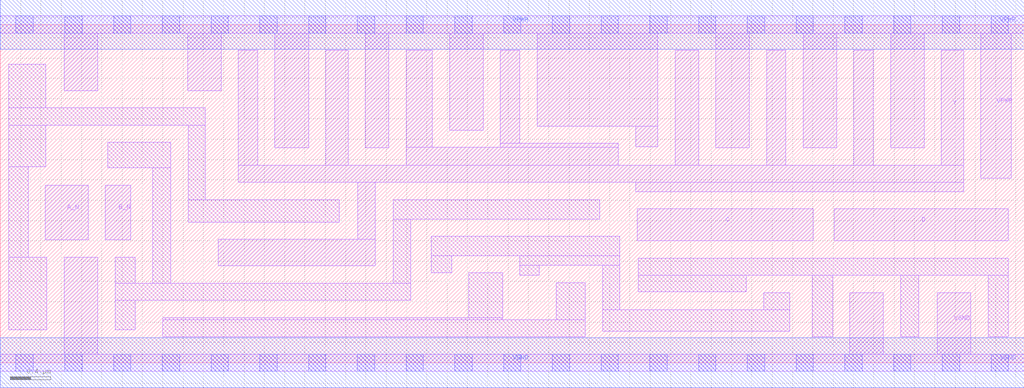
<source format=lef>
# Copyright 2020 The SkyWater PDK Authors
#
# Licensed under the Apache License, Version 2.0 (the "License");
# you may not use this file except in compliance with the License.
# You may obtain a copy of the License at
#
#     https://www.apache.org/licenses/LICENSE-2.0
#
# Unless required by applicable law or agreed to in writing, software
# distributed under the License is distributed on an "AS IS" BASIS,
# WITHOUT WARRANTIES OR CONDITIONS OF ANY KIND, either express or implied.
# See the License for the specific language governing permissions and
# limitations under the License.
#
# SPDX-License-Identifier: Apache-2.0

VERSION 5.7 ;
  NAMESCASESENSITIVE ON ;
  NOWIREEXTENSIONATPIN ON ;
  DIVIDERCHAR "/" ;
  BUSBITCHARS "[]" ;
UNITS
  DATABASE MICRONS 200 ;
END UNITS
MACRO sky130_fd_sc_lp__nand4bb_4
  CLASS CORE ;
  SOURCE USER ;
  FOREIGN sky130_fd_sc_lp__nand4bb_4 ;
  ORIGIN  0.000000  0.000000 ;
  SIZE  10.08000 BY  3.330000 ;
  SYMMETRY X Y R90 ;
  SITE unit ;
  PIN A_N
    ANTENNAGATEAREA  0.315000 ;
    DIRECTION INPUT ;
    USE SIGNAL ;
    PORT
      LAYER li1 ;
        RECT 0.445000 1.210000 0.865000 1.750000 ;
    END
  END A_N
  PIN B_N
    ANTENNAGATEAREA  0.315000 ;
    DIRECTION INPUT ;
    USE SIGNAL ;
    PORT
      LAYER li1 ;
        RECT 1.035000 1.210000 1.285000 1.750000 ;
    END
  END B_N
  PIN C
    ANTENNAGATEAREA  1.260000 ;
    DIRECTION INPUT ;
    USE SIGNAL ;
    PORT
      LAYER li1 ;
        RECT 6.270000 1.200000 8.005000 1.515000 ;
    END
  END C
  PIN D
    ANTENNAGATEAREA  1.260000 ;
    DIRECTION INPUT ;
    USE SIGNAL ;
    PORT
      LAYER li1 ;
        RECT 8.210000 1.200000 9.925000 1.515000 ;
    END
  END D
  PIN Y
    ANTENNADIFFAREA  3.292800 ;
    DIRECTION OUTPUT ;
    USE SIGNAL ;
    PORT
      LAYER li1 ;
        RECT 2.145000 0.955000 3.690000 1.215000 ;
        RECT 2.345000 1.775000 9.485000 1.945000 ;
        RECT 2.345000 1.945000 2.535000 3.075000 ;
        RECT 3.205000 1.945000 3.425000 3.075000 ;
        RECT 3.520000 1.215000 3.690000 1.775000 ;
        RECT 3.995000 1.945000 6.085000 2.120000 ;
        RECT 3.995000 2.120000 4.255000 3.075000 ;
        RECT 4.925000 2.120000 6.085000 2.160000 ;
        RECT 4.925000 2.160000 5.115000 3.075000 ;
        RECT 6.255000 1.685000 9.485000 1.775000 ;
        RECT 6.645000 1.945000 6.875000 3.075000 ;
        RECT 7.545000 1.945000 7.735000 3.075000 ;
        RECT 8.405000 1.945000 8.595000 3.075000 ;
        RECT 9.265000 1.945000 9.485000 3.075000 ;
    END
  END Y
  PIN VGND
    DIRECTION INOUT ;
    USE GROUND ;
    PORT
      LAYER li1 ;
        RECT 0.000000 -0.085000 10.080000 0.085000 ;
        RECT 0.630000  0.085000  0.960000 1.040000 ;
        RECT 8.365000  0.085000  8.695000 0.690000 ;
        RECT 9.225000  0.085000  9.555000 0.690000 ;
      LAYER mcon ;
        RECT 0.155000 -0.085000 0.325000 0.085000 ;
        RECT 0.635000 -0.085000 0.805000 0.085000 ;
        RECT 1.115000 -0.085000 1.285000 0.085000 ;
        RECT 1.595000 -0.085000 1.765000 0.085000 ;
        RECT 2.075000 -0.085000 2.245000 0.085000 ;
        RECT 2.555000 -0.085000 2.725000 0.085000 ;
        RECT 3.035000 -0.085000 3.205000 0.085000 ;
        RECT 3.515000 -0.085000 3.685000 0.085000 ;
        RECT 3.995000 -0.085000 4.165000 0.085000 ;
        RECT 4.475000 -0.085000 4.645000 0.085000 ;
        RECT 4.955000 -0.085000 5.125000 0.085000 ;
        RECT 5.435000 -0.085000 5.605000 0.085000 ;
        RECT 5.915000 -0.085000 6.085000 0.085000 ;
        RECT 6.395000 -0.085000 6.565000 0.085000 ;
        RECT 6.875000 -0.085000 7.045000 0.085000 ;
        RECT 7.355000 -0.085000 7.525000 0.085000 ;
        RECT 7.835000 -0.085000 8.005000 0.085000 ;
        RECT 8.315000 -0.085000 8.485000 0.085000 ;
        RECT 8.795000 -0.085000 8.965000 0.085000 ;
        RECT 9.275000 -0.085000 9.445000 0.085000 ;
        RECT 9.755000 -0.085000 9.925000 0.085000 ;
      LAYER met1 ;
        RECT 0.000000 -0.245000 10.080000 0.245000 ;
    END
  END VGND
  PIN VPWR
    DIRECTION INOUT ;
    USE POWER ;
    PORT
      LAYER li1 ;
        RECT 0.000000 3.245000 10.080000 3.415000 ;
        RECT 0.630000 2.680000  0.960000 3.245000 ;
        RECT 1.845000 2.680000  2.175000 3.245000 ;
        RECT 2.705000 2.115000  3.035000 3.245000 ;
        RECT 3.595000 2.115000  3.825000 3.245000 ;
        RECT 4.425000 2.290000  4.755000 3.245000 ;
        RECT 5.285000 2.330000  6.475000 3.245000 ;
        RECT 6.255000 2.125000  6.475000 2.330000 ;
        RECT 7.045000 2.115000  7.375000 3.245000 ;
        RECT 7.905000 2.115000  8.235000 3.245000 ;
        RECT 8.765000 2.115000  9.095000 3.245000 ;
        RECT 9.655000 1.815000  9.955000 3.245000 ;
      LAYER mcon ;
        RECT 0.155000 3.245000 0.325000 3.415000 ;
        RECT 0.635000 3.245000 0.805000 3.415000 ;
        RECT 1.115000 3.245000 1.285000 3.415000 ;
        RECT 1.595000 3.245000 1.765000 3.415000 ;
        RECT 2.075000 3.245000 2.245000 3.415000 ;
        RECT 2.555000 3.245000 2.725000 3.415000 ;
        RECT 3.035000 3.245000 3.205000 3.415000 ;
        RECT 3.515000 3.245000 3.685000 3.415000 ;
        RECT 3.995000 3.245000 4.165000 3.415000 ;
        RECT 4.475000 3.245000 4.645000 3.415000 ;
        RECT 4.955000 3.245000 5.125000 3.415000 ;
        RECT 5.435000 3.245000 5.605000 3.415000 ;
        RECT 5.915000 3.245000 6.085000 3.415000 ;
        RECT 6.395000 3.245000 6.565000 3.415000 ;
        RECT 6.875000 3.245000 7.045000 3.415000 ;
        RECT 7.355000 3.245000 7.525000 3.415000 ;
        RECT 7.835000 3.245000 8.005000 3.415000 ;
        RECT 8.315000 3.245000 8.485000 3.415000 ;
        RECT 8.795000 3.245000 8.965000 3.415000 ;
        RECT 9.275000 3.245000 9.445000 3.415000 ;
        RECT 9.755000 3.245000 9.925000 3.415000 ;
      LAYER met1 ;
        RECT 0.000000 3.085000 10.080000 3.575000 ;
    END
  END VPWR
  OBS
    LAYER li1 ;
      RECT 0.085000 0.325000 0.460000 1.040000 ;
      RECT 0.085000 1.040000 0.275000 1.930000 ;
      RECT 0.085000 1.930000 0.450000 2.340000 ;
      RECT 0.085000 2.340000 2.020000 2.510000 ;
      RECT 0.085000 2.510000 0.450000 2.940000 ;
      RECT 1.060000 1.920000 1.680000 2.170000 ;
      RECT 1.130000 0.325000 1.330000 0.615000 ;
      RECT 1.130000 0.615000 4.040000 0.785000 ;
      RECT 1.130000 0.785000 1.330000 1.040000 ;
      RECT 1.500000 0.785000 1.680000 1.920000 ;
      RECT 1.600000 0.255000 5.760000 0.425000 ;
      RECT 1.600000 0.425000 4.945000 0.445000 ;
      RECT 1.850000 1.385000 3.340000 1.605000 ;
      RECT 1.850000 1.605000 2.020000 2.340000 ;
      RECT 3.870000 0.785000 4.040000 1.415000 ;
      RECT 3.870000 1.415000 5.900000 1.605000 ;
      RECT 4.245000 0.885000 4.445000 1.055000 ;
      RECT 4.245000 1.055000 6.100000 1.245000 ;
      RECT 4.615000 0.445000 4.945000 0.885000 ;
      RECT 5.115000 0.860000 5.305000 0.960000 ;
      RECT 5.115000 0.960000 6.100000 1.055000 ;
      RECT 5.475000 0.425000 5.760000 0.790000 ;
      RECT 5.930000 0.310000 7.775000 0.520000 ;
      RECT 5.930000 0.520000 6.100000 0.960000 ;
      RECT 6.280000 0.700000 7.345000 0.860000 ;
      RECT 6.280000 0.860000 9.925000 1.030000 ;
      RECT 7.515000 0.520000 7.775000 0.690000 ;
      RECT 7.995000 0.255000 8.195000 0.860000 ;
      RECT 8.865000 0.255000 9.045000 0.860000 ;
      RECT 9.725000 0.255000 9.925000 0.860000 ;
  END
END sky130_fd_sc_lp__nand4bb_4

</source>
